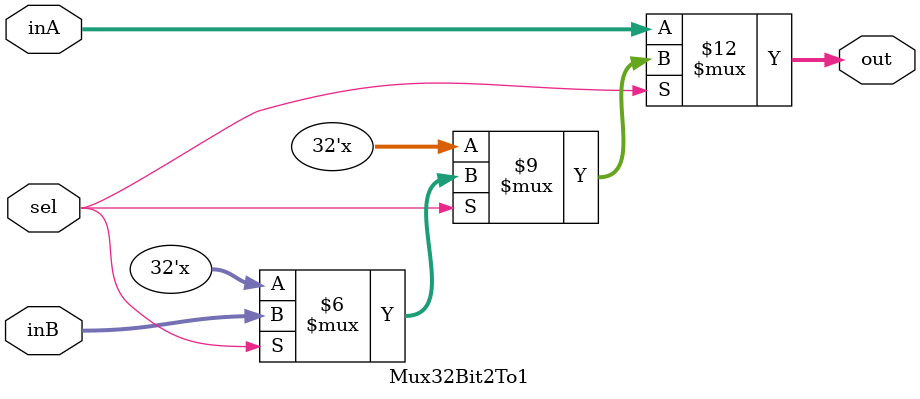
<source format=v>
`timescale 1ns / 1ps


module Mux32Bit2To1(out, inA, inB, sel);

    output reg [31:0] out;
    
    input [31:0] inA;
    input [31:0] inB;
    input sel;

    initial begin
        out = 0;
    end
    
    always @(inA, inB, sel, out) begin
        if(sel == 1'b0) begin
            out = inA;
        end
        else if(sel == 1'b1) begin
            out = inB;
        end
    end 

endmodule

</source>
